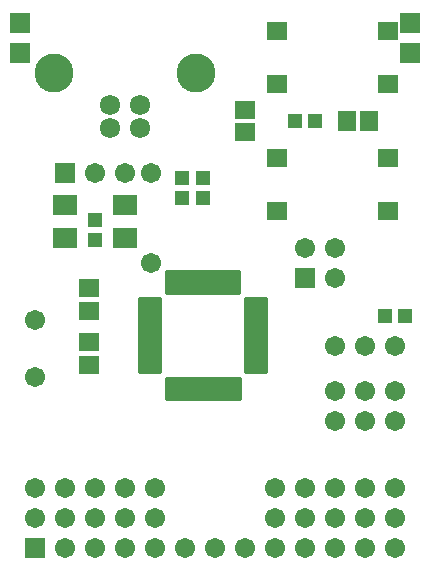
<source format=gts>
%FSLAX24Y24*%
%MOIN*%
G70*
G01*
G75*
%ADD10C,0.0110*%
%ADD11R,0.0512X0.0591*%
%ADD12R,0.0433X0.0394*%
%ADD13R,0.0591X0.0512*%
%ADD14R,0.0394X0.0433*%
%ADD15R,0.0709X0.0630*%
%ADD16R,0.0433X0.0394*%
%ADD17R,0.0177X0.0630*%
%ADD18R,0.0630X0.0177*%
%ADD19R,0.0630X0.0177*%
%ADD20R,0.0630X0.0512*%
%ADD21C,0.0100*%
%ADD22C,0.0250*%
%ADD23C,0.0214*%
%ADD24C,0.0150*%
%ADD25C,0.0200*%
%ADD26C,0.0157*%
%ADD27C,0.0197*%
%ADD28R,0.2600X0.3210*%
%ADD29R,0.1890X0.1800*%
%ADD30R,0.1950X0.0470*%
%ADD31R,0.0880X0.1810*%
%ADD32R,0.0820X0.0830*%
%ADD33R,0.0591X0.0591*%
%ADD34R,0.0591X0.0591*%
%ADD35C,0.0591*%
%ADD36C,0.0591*%
%ADD37C,0.0598*%
%ADD38C,0.1220*%
%ADD39C,0.0433*%
%ADD40C,0.0433*%
%ADD41R,0.0400X0.0400*%
%ADD42R,0.2300X0.2000*%
%ADD43R,0.1160X0.2450*%
%ADD44R,0.2700X0.3500*%
%ADD45R,0.0592X0.0671*%
%ADD46R,0.0513X0.0474*%
%ADD47R,0.0671X0.0592*%
%ADD48R,0.0474X0.0513*%
%ADD49R,0.0789X0.0710*%
%ADD50R,0.0513X0.0474*%
%ADD51R,0.0257X0.0710*%
%ADD52R,0.0710X0.0257*%
%ADD53R,0.0710X0.0257*%
%ADD54R,0.0710X0.0592*%
%ADD55R,0.0671X0.0671*%
%ADD56R,0.0671X0.0671*%
%ADD57C,0.0671*%
%ADD58C,0.0671*%
%ADD59C,0.0678*%
%ADD60C,0.1300*%
D10*
X44990Y33340D02*
X45700D01*
X44990Y33300D02*
X45700D01*
X44990Y33200D02*
X45700D01*
X44990Y33100D02*
X45700D01*
X44990Y33000D02*
X45700D01*
X44990Y32900D02*
X45700D01*
X44990Y32800D02*
X45700D01*
X44990Y32700D02*
X45700D01*
X44990Y32600D02*
X45700D01*
Y30870D02*
Y33340D01*
X45600Y30870D02*
Y33340D01*
X45500Y30870D02*
Y33340D01*
X45400Y30870D02*
Y33340D01*
X44990Y30870D02*
X45700D01*
X45300D02*
Y33340D01*
X45200Y30870D02*
Y33340D01*
X45100Y30870D02*
Y33340D01*
X44990Y30870D02*
Y33340D01*
Y32500D02*
X45700D01*
X44990Y32400D02*
X45700D01*
X44990Y32300D02*
X45700D01*
X44990Y32200D02*
X45700D01*
X44990Y32100D02*
X45700D01*
X44990Y32000D02*
X45700D01*
X44990Y31900D02*
X45700D01*
X44990Y31800D02*
X45700D01*
X44990Y31700D02*
X45700D01*
X44990Y31600D02*
X45700D01*
X44990Y31500D02*
X45700D01*
X44990Y31400D02*
X45700D01*
X44990Y31300D02*
X45700D01*
X44990Y31200D02*
X45700D01*
X45000Y30870D02*
Y33340D01*
X44990Y31100D02*
X45700D01*
X44990Y31000D02*
X45700D01*
X44990Y30900D02*
X45700D01*
X41440Y33330D02*
X42160D01*
X41440Y33300D02*
X42160D01*
X41440Y33200D02*
X42160D01*
X41440Y33100D02*
X42160D01*
X41440Y33000D02*
X42160D01*
Y30870D02*
Y33330D01*
X41440Y32900D02*
X42160D01*
X41440Y32800D02*
X42160D01*
X41440Y32700D02*
X42160D01*
X42100Y30870D02*
Y33330D01*
X42000Y30870D02*
Y33330D01*
X41900Y30870D02*
Y33330D01*
X41800Y30870D02*
Y33330D01*
X41440Y30870D02*
X42160D01*
X41700D02*
Y33330D01*
X41600Y30870D02*
Y33330D01*
X41500Y30870D02*
Y33330D01*
X41440Y30870D02*
Y33330D01*
Y32600D02*
X42160D01*
X41440Y32500D02*
X42160D01*
X41440Y32400D02*
X42160D01*
X41440Y32300D02*
X42160D01*
X41440Y32200D02*
X42160D01*
X41440Y32100D02*
X42160D01*
X41440Y32000D02*
X42160D01*
X41440Y31900D02*
X42160D01*
X41440Y31800D02*
X42160D01*
X41440Y31700D02*
X42160D01*
X41440Y31600D02*
X42160D01*
X41440Y31500D02*
X42160D01*
X41440Y31400D02*
X42160D01*
X41440Y31300D02*
X42160D01*
X41440Y31200D02*
X42160D01*
X41440Y31100D02*
X42160D01*
X41440Y31000D02*
X42160D01*
X41440Y30900D02*
X42160D01*
X42340Y33510D02*
Y34230D01*
X42400Y33510D02*
Y34230D01*
X42500Y33510D02*
Y34230D01*
X42600Y33510D02*
Y34230D01*
X42340Y33510D02*
X44800D01*
X42700D02*
Y34230D01*
X42800Y33510D02*
Y34230D01*
X42900Y33510D02*
Y34230D01*
X42340Y33600D02*
X44800D01*
X42340Y33700D02*
X44800D01*
X42340Y33800D02*
X44800D01*
X43000Y33510D02*
Y34230D01*
X42340Y33900D02*
X44800D01*
X42340Y34000D02*
X44800D01*
X42340Y34100D02*
X44800D01*
X42340Y34200D02*
X44800D01*
X42340Y34230D02*
X44800D01*
X43100Y33510D02*
Y34230D01*
X43200Y33510D02*
Y34230D01*
X43300Y33510D02*
Y34230D01*
X43400Y33510D02*
Y34230D01*
X43500Y33510D02*
Y34230D01*
X43600Y33510D02*
Y34230D01*
X43700Y33510D02*
Y34230D01*
X43800Y33510D02*
Y34230D01*
X43900Y33510D02*
Y34230D01*
X44000Y33510D02*
Y34230D01*
X44100Y33510D02*
Y34230D01*
X44200Y33510D02*
Y34230D01*
X44300Y33510D02*
Y34230D01*
X44400Y33510D02*
Y34230D01*
X44500Y33510D02*
Y34230D01*
X44600Y33510D02*
Y34230D01*
X44700Y33510D02*
Y34230D01*
X44800Y33510D02*
Y34230D01*
X42340Y29970D02*
Y30690D01*
X42400Y29970D02*
Y30690D01*
X42500Y29970D02*
Y30690D01*
X42600Y29970D02*
Y30690D01*
X42340Y29970D02*
X44810D01*
X42700D02*
Y30690D01*
X42800Y29970D02*
Y30690D01*
X42900Y29970D02*
Y30690D01*
X43000Y29970D02*
Y30690D01*
X42340Y30000D02*
X44810D01*
X42340Y30100D02*
X44810D01*
X42340Y30200D02*
X44810D01*
X43100Y29970D02*
Y30690D01*
X42340Y30300D02*
X44810D01*
X42340Y30400D02*
X44810D01*
X42340Y30500D02*
X44810D01*
X42340Y30600D02*
X44810D01*
X42340Y30690D02*
X44810D01*
X43200Y29970D02*
Y30690D01*
X43300Y29970D02*
Y30690D01*
X43400Y29970D02*
Y30690D01*
X43500Y29970D02*
Y30690D01*
X43600Y29970D02*
Y30690D01*
X43700Y29970D02*
Y30690D01*
X43800Y29970D02*
Y30690D01*
X43900Y29970D02*
Y30690D01*
X44000Y29970D02*
Y30690D01*
X44100Y29970D02*
Y30690D01*
X44200Y29970D02*
Y30690D01*
X44300Y29970D02*
Y30690D01*
X44400Y29970D02*
Y30690D01*
X44500Y29970D02*
Y30690D01*
X44600Y29970D02*
Y30690D01*
X44700Y29970D02*
Y30690D01*
X44800Y29970D02*
Y30690D01*
X44810Y29970D02*
Y30690D01*
D45*
X48376Y39250D02*
D03*
X49124D02*
D03*
D46*
X46665D02*
D03*
X47335D02*
D03*
X49665Y32750D02*
D03*
D47*
X39800Y33674D02*
D03*
Y32926D02*
D03*
X45000Y38876D02*
D03*
X39800Y31874D02*
D03*
Y31126D02*
D03*
X45000Y39624D02*
D03*
D48*
X42900Y36665D02*
D03*
Y37335D02*
D03*
X43600Y36665D02*
D03*
Y37335D02*
D03*
X40000Y35265D02*
D03*
Y35935D02*
D03*
D49*
X39000Y35349D02*
D03*
Y36451D02*
D03*
X41000Y35349D02*
D03*
Y36451D02*
D03*
D50*
X50335Y32750D02*
D03*
D51*
X42469Y33869D02*
D03*
X42784D02*
D03*
X43099D02*
D03*
X43414D02*
D03*
X43729D02*
D03*
X44044D02*
D03*
X44359D02*
D03*
X44674D02*
D03*
Y30326D02*
D03*
X44359D02*
D03*
X44044D02*
D03*
X43729D02*
D03*
X43414D02*
D03*
X43099D02*
D03*
X42784D02*
D03*
X42469D02*
D03*
D52*
X45343Y32885D02*
D03*
Y32570D02*
D03*
Y32255D02*
D03*
Y31940D02*
D03*
Y31625D02*
D03*
Y31310D02*
D03*
Y30995D02*
D03*
X41800D02*
D03*
Y31310D02*
D03*
Y31625D02*
D03*
Y31940D02*
D03*
Y32255D02*
D03*
Y32570D02*
D03*
Y32885D02*
D03*
X45343Y33200D02*
D03*
D53*
X41800D02*
D03*
D54*
X49750Y40478D02*
D03*
X46049Y42250D02*
D03*
Y40478D02*
D03*
X49750Y42250D02*
D03*
Y38000D02*
D03*
X46049Y36228D02*
D03*
Y38000D02*
D03*
X49750Y36228D02*
D03*
D55*
X50500Y41500D02*
D03*
X37500D02*
D03*
D56*
X50500Y42500D02*
D03*
X37500D02*
D03*
X39000Y37500D02*
D03*
X38000Y25000D02*
D03*
X47000Y34000D02*
D03*
D57*
X50000Y27000D02*
D03*
Y26000D02*
D03*
X49000Y27000D02*
D03*
Y26000D02*
D03*
X48000Y27000D02*
D03*
Y26000D02*
D03*
X47000Y27000D02*
D03*
Y26000D02*
D03*
X46000Y27000D02*
D03*
Y26000D02*
D03*
X49000Y31750D02*
D03*
X50000D02*
D03*
X38000Y32621D02*
D03*
Y30700D02*
D03*
X40000Y37500D02*
D03*
X41000D02*
D03*
X48000Y29250D02*
D03*
Y30250D02*
D03*
X49000Y29250D02*
D03*
Y30250D02*
D03*
X50000Y29250D02*
D03*
Y30250D02*
D03*
X42000Y27000D02*
D03*
Y26000D02*
D03*
X41000Y27000D02*
D03*
Y26000D02*
D03*
X40000Y27000D02*
D03*
Y26000D02*
D03*
X39000D02*
D03*
X38000Y27000D02*
D03*
X39000D02*
D03*
X38000Y26000D02*
D03*
X41850Y37500D02*
D03*
Y34500D02*
D03*
X49000Y25000D02*
D03*
X48000D02*
D03*
X47000D02*
D03*
X46000D02*
D03*
X45000D02*
D03*
X44000D02*
D03*
X43000D02*
D03*
X42000D02*
D03*
X41000D02*
D03*
X40000D02*
D03*
X39000D02*
D03*
X50000D02*
D03*
X48000Y35000D02*
D03*
Y34000D02*
D03*
X47000Y35000D02*
D03*
D58*
X48000Y31750D02*
D03*
D59*
X41500Y39000D02*
D03*
Y39787D02*
D03*
X40500Y39000D02*
D03*
Y39787D02*
D03*
D60*
X38630Y40854D02*
D03*
X43370D02*
D03*
M02*

</source>
